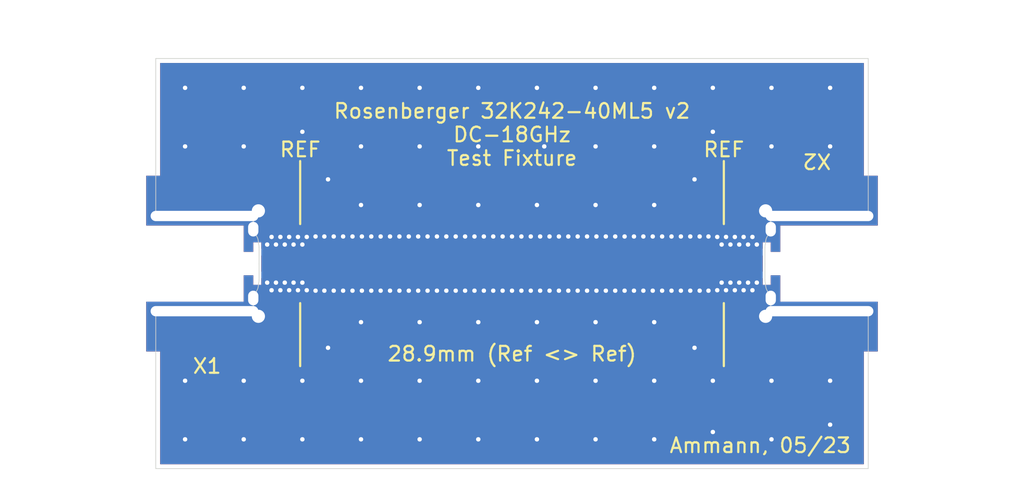
<source format=kicad_pcb>
(kicad_pcb (version 20221018) (generator pcbnew)
  (layers (0 "F.Cu" signal) (1 "In1.Cu" signal) (2 "In2.Cu" signal) (3 "In3.Cu" signal) (4 "In4.Cu" signal) (31 "B.Cu" signal) (34 "B.Paste" user) (35 "F.Paste" user) (36 "B.SilkS" user "B.Silkscreen") (37 "F.SilkS" user "F.Silkscreen") (38 "B.Mask" user) (39 "F.Mask" user) (44 "Edge.Cuts" user))
  (net 0 "")
  (net 1 "/RF_TRACE")
  (net 2 "GND")
  (footprint "RF_Connectors:Rosenberger_32K242-40ML5v2" (layer "F.Cu") (at 0 14)
    (fp_text reference "X1" (at 3.5 7 unlocked) (layer "F.SilkS"))
    (fp_text value "SMA_Rosenberger_32K242-40ML5_v2")
    (fp_line (start 0 -3.25) (end 6.65 -3.25) (stroke (width 0.05)) (layer "Edge.Cuts"))
    (fp_line (start 0 3.25) (end 6.65 3.25) (stroke (width 0.05)) (layer "Edge.Cuts"))
    (fp_line (start 6.65 -3.25) (end 6.65 -2.111438) (stroke (width 0.05)) (layer "Edge.Cuts"))
    (fp_line (start 6.65 3.25) (end 6.65 2.111438) (stroke (width 0.05)) (layer "Edge.Cuts"))
    (fp_line (start 7.05 0) (end 7.05 -1.1) (stroke (width 0.05)) (layer "Edge.Cuts"))
    (fp_line (start 7.05 0) (end 7.05 1.1) (stroke (width 0.05)) (layer "Edge.Cuts"))
    (fp_arc (start 6.65 -2.111438) (mid 6.921662 -1.79526) (end 6.997383 -1.38534) (stroke (width 0.05)) (layer "Edge.Cuts"))
    (fp_arc (start 6.997382 1.38534) (mid 6.921661 1.79526) (end 6.649999 2.111438) (stroke (width 0.05)) (layer "Edge.Cuts"))
    (fp_arc (start 6.997383 -1.385341) (mid 7.036736 -1.245076) (end 7.05 -1.1) (stroke (width 0.05)) (layer "Edge.Cuts"))
    (fp_arc (start 7.05 1.1) (mid 7.036736 1.245076) (end 6.997383 1.385341) (stroke (width 0.05)) (layer "Edge.Cuts"))
    (pad "1" connect custom (at 11.55 0) (size 0.5 0.65) (layers "F.Cu") (net 1 "/RF_TRACE") (options (clearance outline) (anchor rect)) (primitives (gr_poly (pts (xy -1.7 0.6) (xy -1.95 0.6) (xy -1.95 0.125) (xy -2.35 0.125) (xy -2.35 0.55) (xy -4.35 0.55) (xy -4.35 -0.55) (xy -2.35 -0.55) (xy -2.35 -0.125) (xy -1.95 -0.125) (xy -1.95 -0.6) (xy -1.7 -0.6) (xy -1.7 -0.325) (xy 0.25 -0.325) (xy 0.25 0.325) (xy -1.7 0.325)) (width 0) (fill yes))))
    (pad "2" thru_hole rect (at 3.325 -3.25) (size 9.15 3.4) (drill oval 7.35 0.7 (offset 0.6 -1.05)) (property pad_prop_castellated) (layers "*.Cu" "*.Mask") (net 2 "GND"))
    (pad "2" thru_hole rect (at 3.325 3.25) (size 9.15 3.4) (drill oval 7.35 0.7 (offset 0.6 1.05)) (property pad_prop_castellated) (layers "*.Cu" "*.Mask") (net 2 "GND"))
    (pad "2" thru_hole custom (at 6.65 -2.35) (size 1 1) (drill oval 0.7 2.5) (property pad_prop_castellated) (layers "*.Cu" "*.Mask") (net 2 "GND") (options (clearance outline) (anchor rect)) (primitives (gr_poly (pts (xy 0 0.9) (xy 0 1.55) (xy -0.65 1.55) (xy -0.65 0.8) (xy -0.65 -1.575) (xy 1.85 -1.575) (xy 1.85 1.35) (xy 0.55 1.35) (xy 0.55 0.9)) (width 0) (fill yes))))
    (pad "2" thru_hole custom (at 6.65 2.35 180) (size 1 1) (drill oval 0.7 2.5) (property pad_prop_castellated) (layers "*.Cu" "*.Mask") (net 2 "GND") (options (clearance outline) (anchor rect)) (primitives (gr_poly (pts (xy 0 0.9) (xy 0 1.55) (xy 0.65 1.55) (xy 0.65 0.8) (xy 0.65 -1.575) (xy -1.85 -1.575) (xy -1.85 1.35) (xy -0.55 1.35) (xy -0.55 0.9)) (width 0) (fill yes))))
    (pad "2" thru_hole circle (at 7 -3.6) (size 1.9 1.9) (drill 0.9) (property pad_prop_castellated) (layers "*.Cu" "*.Mask") (net 2 "GND"))
    (pad "2" thru_hole circle (at 7 3.6) (size 1.9 1.9) (drill 0.9) (property pad_prop_castellated) (layers "*.Cu" "*.Mask") (net 2 "GND"))
    (pad "2" thru_hole circle (at 7.6 -1.3) (size 0.6 0.6) (drill 0.3) (layers "*.Cu" "*.Mask") (net 2 "GND"))
    (pad "2" thru_hole circle (at 7.6 1.3) (size 0.6 0.6) (drill 0.3) (layers "*.Mask" "F.Cu" "In1.Cu" "B.Cu") (net 2 "GND"))
    (pad "2" smd rect (at 7.85 0) (size 1.3 2) (layers "B.Cu") (net 2 "GND"))
    (pad "2" thru_hole circle (at 7.9 -1.81962) (size 0.6 0.6) (drill 0.3) (layers "*.Cu" "*.Mask") (net 2 "GND"))
    (pad "2" thru_hole circle (at 7.9 1.81962) (size 0.6 0.6) (drill 0.3) (layers "*.Cu" "*.Mask") (net 2 "GND"))
    (pad "2" thru_hole circle (at 8.2 -1.3) (size 0.6 0.6) (drill 0.3) (layers "*.Mask" "F.Cu" "In1.Cu" "B.Cu") (net 2 "GND"))
    (pad "2" thru_hole circle (at 8.2 1.3) (size 0.6 0.6) (drill 0.3) (layers "*.Mask" "F.Cu" "In1.Cu" "B.Cu") (net 2 "GND"))
    (pad "2" thru_hole circle (at 8.5 -1.81962) (size 0.6 0.6) (drill 0.3) (layers "*.Cu") (net 2 "GND"))
    (pad "2" thru_hole circle (at 8.5 1.81962) (size 0.6 0.6) (drill 0.3) (layers "*.Cu") (net 2 "GND"))
    (pad "2" thru_hole circle (at 8.8 -1.3) (size 0.6 0.6) (drill 0.3) (layers "*.Cu") (net 2 "GND"))
    (pad "2" thru_hole circle (at 8.8 1.3) (size 0.6 0.6) (drill 0.3) (layers "*.Cu") (net 2 "GND"))
    (pad "2" thru_hole circle (at 9.1 -1.81962) (size 0.6 0.6) (drill 0.3) (layers "*.Cu" "F.Mask") (net 2 "GND"))
    (pad "2" thru_hole circle (at 9.1 1.81962) (size 0.6 0.6) (drill 0.3) (layers "*.Cu" "F.Mask") (net 2 "GND"))
    (pad "2" thru_hole circle (at 9.4 -1.3) (size 0.6 0.6) (drill 0.3) (layers "*.Cu" "F.Mask") (net 2 "GND"))
    (pad "2" thru_hole circle (at 9.4 1.3) (size 0.6 0.6) (drill 0.3) (layers "*.Cu" "F.Mask") (net 2 "GND"))
    (pad "2" thru_hole circle (at 9.7 -1.81962) (size 0.6 0.6) (drill 0.3) (layers "*.Cu" "F.Mask") (net 2 "GND"))
    (pad "2" thru_hole circle (at 9.7 1.81962) (size 0.6 0.6) (drill 0.3) (layers "*.Cu" "F.Mask") (net 2 "GND"))
    (pad "2" connect custom (at 10 -2.025) (size 0.25 0.25) (layers "F.Cu") (net 2 "GND") (options (clearance outline) (anchor rect)) (primitives (gr_poly (pts (xy 1.8 0.475) (xy 1.8 -0.125) (xy -1.6 -0.125) (xy -1.6 1.025) (xy 0.18 1.025) (xy 0.68 0.475)) (width 0) (fill yes))))
    (pad "2" thru_hole circle (at 10 -1.3) (size 0.6 0.6) (drill 0.3) (layers "*.Cu" "F.Mask") (net 2 "GND"))
    (pad "2" thru_hole circle (at 10 1.3) (size 0.6 0.6) (drill 0.3) (layers "*.Cu" "F.Mask") (net 2 "GND"))
    (pad "2" connect custom (at 10 2.025) (size 0.25 0.25) (layers "F.Cu") (net 2 "GND") (options (clearance outline) (anchor rect)) (primitives (gr_poly (pts (xy 1.8 -0.475) (xy 1.8 0.125) (xy -1.6 0.125) (xy -1.6 -1.025) (xy 0.18 -1.025) (xy 0.68 -0.475)) (width 0) (fill yes))))
    (pad "2" thru_hole circle (at 10.3 -1.81962) (size 0.6 0.6) (drill 0.3) (layers "*.Cu" "F.Mask") (net 2 "GND"))
    (pad "2" thru_hole circle (at 10.3 1.81962) (size 0.6 0.6) (drill 0.3) (layers "*.Cu" "F.Mask") (net 2 "GND"))
    (pad "2" thru_hole circle (at 10.8992 -1.85) (size 0.6 0.6) (drill 0.3) (layers "*.Cu" "F.Mask") (net 2 "GND"))
    (pad "2" thru_hole circle (at 10.8992 1.85) (size 0.6 0.6) (drill 0.3) (layers "*.Cu" "F.Mask") (net 2 "GND"))
    (pad "2" thru_hole circle (at 11.4992 -1.85) (size 0.6 0.6) (drill 0.3) (layers "*.Cu" "F.Mask") (net 2 "GND"))
    (pad "2" thru_hole circle (at 11.4992 1.85) (size 0.6 0.6) (drill 0.3) (layers "*.Cu" "F.Mask") (net 2 "GND"))
    (zone (net 0) (net_name "") (layer "F.Cu") (name "Keepout_F.Cu") (connect_pads (clearance 0)) (min_thickness 0.254)
      (keepout (tracks allowed) (vias not_allowed) (pads allowed) (copperpour not_allowed) (footprints not_allowed))
      (fill (thermal_gap 0.508) (thermal_bridge_width 0.508))
      (polygon (pts (xy 6 12.55) (xy 7.2 12.55) (xy 7.2 13) (xy 10.18 13) (xy 10.68 12.45) (xy 11.8 12.45) (xy 11.8 15.55) (xy 10.68 15.55) (xy 10.18 15) (xy 7.2 15) (xy 7.2 15.45) (xy 6 15.45) (xy 6 16.6) (xy 0 16.6) (xy 0 11.4) (xy 6 11.4)))
    )
    (zone (net 0) (net_name "") (layer "B.Cu") (connect_pads (clearance 0)) (min_thickness 0.254)
      (keepout (tracks not_allowed) (vias not_allowed) (pads allowed) (copperpour not_allowed) (footprints not_allowed))
      (fill (thermal_gap 0.508) (thermal_bridge_width 0.508))
      (polygon (pts (xy 7.25 15.45) (xy 6 15.45) (xy 6 12.55) (xy 7.25 12.55)))
    )
  )
  (footprint "RF_Connectors:Rosenberger_32K242-40ML5v2" (layer "F.Cu") (at 48.6 14 180)
    (fp_text reference "X2" (at 3.5 7 180 unlocked) (layer "F.SilkS"))
    (fp_text value "SMA_Rosenberger_32K242-40ML5_v2")
    (fp_line (start 0 -3.25) (end 6.65 -3.25) (stroke (width 0.05)) (layer "Edge.Cuts"))
    (fp_line (start 0 3.25) (end 6.65 3.25) (stroke (width 0.05)) (layer "Edge.Cuts"))
    (fp_line (start 6.65 -3.25) (end 6.65 -2.111438) (stroke (width 0.05)) (layer "Edge.Cuts"))
    (fp_line (start 6.65 3.25) (end 6.65 2.111438) (stroke (width 0.05)) (layer "Edge.Cuts"))
    (fp_line (start 7.05 0) (end 7.05 -1.1) (stroke (width 0.05)) (layer "Edge.Cuts"))
    (fp_line (start 7.05 0) (end 7.05 1.1) (stroke (width 0.05)) (layer "Edge.Cuts"))
    (fp_arc (start 6.65 -2.111438) (mid 6.921662 -1.79526) (end 6.997383 -1.38534) (stroke (width 0.05)) (layer "Edge.Cuts"))
    (fp_arc (start 6.997382 1.38534) (mid 6.921661 1.79526) (end 6.649999 2.111438) (stroke (width 0.05)) (layer "Edge.Cuts"))
    (fp_arc (start 6.997383 -1.385341) (mid 7.036736 -1.245076) (end 7.05 -1.1) (stroke (width 0.05)) (layer "Edge.Cuts"))
    (fp_arc (start 7.05 1.1) (mid 7.036736 1.245076) (end 6.997383 1.385341) (stroke (width 0.05)) (layer "Edge.Cuts"))
    (pad "1" connect custom (at 11.55 0 180) (size 0.5 0.65) (layers "F.Cu") (net 1 "/RF_TRACE") (options (clearance outline) (anchor rect)) (primitives (gr_poly (pts (xy -1.7 0.6) (xy -1.95 0.6) (xy -1.95 0.125) (xy -2.35 0.125) (xy -2.35 0.55) (xy -4.35 0.55) (xy -4.35 -0.55) (xy -2.35 -0.55) (xy -2.35 -0.125) (xy -1.95 -0.125) (xy -1.95 -0.6) (xy -1.7 -0.6) (xy -1.7 -0.325) (xy 0.25 -0.325) (xy 0.25 0.325) (xy -1.7 0.325)) (width 0) (fill yes))))
    (pad "2" thru_hole rect (at 3.325 -3.25 180) (size 9.15 3.4) (drill oval 7.35 0.7 (offset 0.6 -1.05)) (property pad_prop_castellated) (layers "*.Cu" "*.Mask") (net 2 "GND"))
    (pad "2" thru_hole rect (at 3.325 3.25 180) (size 9.15 3.4) (drill oval 7.35 0.7 (offset 0.6 1.05)) (property pad_prop_castellated) (layers "*.Cu" "*.Mask") (net 2 "GND"))
    (pad "2" thru_hole custom (at 6.65 -2.35 180) (size 1 1) (drill oval 0.7 2.5) (property pad_prop_castellated) (layers "*.Cu" "*.Mask") (net 2 "GND") (options (clearance outline) (anchor rect)) (primitives (gr_poly (pts (xy 0 0.9) (xy 0 1.55) (xy -0.65 1.55) (xy -0.65 0.8) (xy -0.65 -1.575) (xy 1.85 -1.575) (xy 1.85 1.35) (xy 0.55 1.35) (xy 0.55 0.9)) (width 0) (fill yes))))
    (pad "2" thru_hole custom (at 6.65 2.35) (size 1 1) (drill oval 0.7 2.5) (property pad_prop_castellated) (layers "*.Cu" "*.Mask") (net 2 "GND") (options (clearance outline) (anchor rect)) (primitives (gr_poly (pts (xy 0 0.9) (xy 0 1.55) (xy 0.65 1.55) (xy 0.65 0.8) (xy 0.65 -1.575) (xy -1.85 -1.575) (xy -1.85 1.35) (xy -0.55 1.35) (xy -0.55 0.9)) (width 0) (fill yes))))
    (pad "2" thru_hole circle (at 7 -3.6 180) (size 1.9 1.9) (drill 0.9) (property pad_prop_castellated) (layers "*.Cu" "*.Mask") (net 2 "GND"))
    (pad "2" thru_hole circle (at 7 3.6 180) (size 1.9 1.9) (drill 0.9) (property pad_prop_castellated) (layers "*.Cu" "*.Mask") (net 2 "GND"))
    (pad "2" thru_hole circle (at 7.6 -1.3 180) (size 0.6 0.6) (drill 0.3) (layers "*.Cu" "*.Mask") (net 2 "GND"))
    (pad "2" thru_hole circle (at 7.6 1.3 180) (size 0.6 0.6) (drill 0.3) (layers "*.Mask" "F.Cu" "In1.Cu" "B.Cu") (net 2 "GND"))
    (pad "2" smd rect (at 7.85 0 180) (size 1.3 2) (layers "B.Cu") (net 2 "GND"))
    (pad "2" thru_hole circle (at 7.9 -1.81962 180) (size 0.6 0.6) (drill 0.3) (layers "*.Cu" "*.Mask") (net 2 "GND"))
    (pad "2" thru_hole circle (at 7.9 1.81962 180) (size 0.6 0.6) (drill 0.3) (layers "*.Cu" "*.Mask") (net 2 "GND"))
    (pad "2" thru_hole circle (at 8.2 -1.3 180) (size 0.6 0.6) (drill 0.3) (layers "*.Mask" "F.Cu" "In1.Cu" "B.Cu") (net 2 "GND"))
    (pad "2" thru_hole circle (at 8.2 1.3 180) (size 0.6 0.6) (drill 0.3) (layers "*.Mask" "F.Cu" "In1.Cu" "B.Cu") (net 2 "GND"))
    (pad "2" thru_hole circle (at 8.5 -1.81962 180) (size 0.6 0.6) (drill 0.3) (layers "*.Cu") (net 2 "GND"))
    (pad "2" thru_hole circle (at 8.5 1.81962 180) (size 0.6 0.6) (drill 0.3) (layers "*.Cu") (net 2 "GND"))
    (pad "2" thru_hole circle (at 8.8 -1.3 180) (size 0.6 0.6) (drill 0.3) (layers "*.Cu") (net 2 "GND"))
    (pad "2" thru_hole circle (at 8.8 1.3 180) (size 0.6 0.6) (drill 0.3) (layers "*.Cu") (net 2 "GND"))
    (pad "2" thru_hole circle (at 9.1 -1.81962 180) (size 0.6 0.6) (drill 0.3) (layers "*.Cu" "F.Mask") (net 2 "GND"))
    (pad "2" thru_hole circle (at 9.1 1.81962 180) (size 0.6 0.6) (drill 0.3) (layers "*.Cu" "F.Mask") (net 2 "GND"))
    (pad "2" thru_hole circle (at 9.4 -1.3 180) (size 0.6 0.6) (drill 0.3) (layers "*.Cu" "F.Mask") (net 2 "GND"))
    (pad "2" thru_hole circle (at 9.4 1.3 180) (size 0.6 0.6) (drill 0.3) (layers "*.Cu" "F.Mask") (net 2 "GND"))
    (pad "2" thru_hole circle (at 9.7 -1.81962 180) (size 0.6 0.6) (drill 0.3) (layers "*.Cu" "F.Mask") (net 2 "GND"))
    (pad "2" thru_hole circle (at 9.7 1.81962 180) (size 0.6 0.6) (drill 0.3) (layers "*.Cu" "F.Mask") (net 2 "GND"))
    (pad "2" connect custom (at 10 -2.025 180) (size 0.25 0.25) (layers "F.Cu") (net 2 "GND") (options (clearance outline) (anchor rect)) (primitives (gr_poly (pts (xy 1.8 0.475) (xy 1.8 -0.125) (xy -1.6 -0.125) (xy -1.6 1.025) (xy 0.18 1.025) (xy 0.68 0.475)) (width 0) (fill yes))))
    (pad "2" thru_hole circle (at 10 -1.3 180) (size 0.6 0.6) (drill 0.3) (layers "*.Cu" "F.Mask") (net 2 "GND"))
    (pad "2" thru_hole circle (at 10 1.3 180) (size 0.6 0.6) (drill 0.3) (layers "*.Cu" "F.Mask") (net 2 "GND"))
    (pad "2" connect custom (at 10 2.025 180) (size 0.25 0.25) (layers "F.Cu") (net 2 "GND") (options (clearance outline) (anchor rect)) (primitives (gr_poly (pts (xy 1.8 -0.475) (xy 1.8 0.125) (xy -1.6 0.125) (xy -1.6 -1.025) (xy 0.18 -1.025) (xy 0.68 -0.475)) (width 0) (fill yes))))
    (pad "2" thru_hole circle (at 10.3 -1.81962 180) (size 0.6 0.6) (drill 0.3) (layers "*.Cu" "F.Mask") (net 2 "GND"))
    (pad "2" thru_hole circle (at 10.3 1.81962 180) (size 0.6 0.6) (drill 0.3) (layers "*.Cu" "F.Mask") (net 2 "GND"))
    (pad "2" thru_hole circle (at 10.8992 -1.85 180) (size 0.6 0.6) (drill 0.3) (layers "*.Cu" "F.Mask") (net 2 "GND"))
    (pad "2" thru_hole circle (at 10.8992 1.85 180) (size 0.6 0.6) (drill 0.3) (layers "*.Cu" "F.Mask") (net 2 "GND"))
    (pad "2" thru_hole circle (at 11.4992 -1.85 180) (size 0.6 0.6) (drill 0.3) (layers "*.Cu" "F.Mask") (net 2 "GND"))
    (pad "2" thru_hole circle (at 11.4992 1.85 180) (size 0.6 0.6) (drill 0.3) (layers "*.Cu" "F.Mask") (net 2 "GND"))
    (zone (net 0) (net_name "") (layer "F.Cu") (name "Keepout_F.Cu") (connect_pads (clearance 0)) (min_thickness 0.254)
      (keepout (tracks allowed) (vias not_allowed) (pads allowed) (copperpour not_allowed) (footprints not_allowed))
      (fill (thermal_gap 0.508) (thermal_bridge_width 0.508))
      (polygon (pts (xy 42.6 15.45) (xy 41.4 15.45) (xy 41.4 15) (xy 38.42 15) (xy 37.92 15.55) (xy 36.8 15.55) (xy 36.8 12.45) (xy 37.92 12.45) (xy 38.42 13) (xy 41.4 13) (xy 41.4 12.55) (xy 42.6 12.55) (xy 42.6 11.4) (xy 48.6 11.4) (xy 48.6 16.6) (xy 42.6 16.6)))
    )
    (zone (net 0) (net_name "") (layer "B.Cu") (connect_pads (clearance 0)) (min_thickness 0.254)
      (keepout (tracks not_allowed) (vias not_allowed) (pads allowed) (copperpour not_allowed) (footprints not_allowed))
      (fill (thermal_gap 0.508) (thermal_bridge_width 0.508))
      (polygon (pts (xy 41.35 12.55) (xy 42.6 12.55) (xy 42.6 15.45) (xy 41.35 15.45)))
    )
  )
  (gr_line (start 9.85 21) (end 9.85 16.7) (stroke (width 0.15)) (layer "F.SilkS"))
  (gr_line (start 9.85 11.3) (end 9.85 7) (stroke (width 0.15)) (layer "F.SilkS"))
  (gr_line (start 38.75 11.3) (end 38.75 7) (stroke (width 0.15)) (layer "F.SilkS"))
  (gr_line (start 38.75 21) (end 38.75 16.7) (stroke (width 0.15)) (layer "F.SilkS"))
  (gr_line (start 48.6 17.25) (end 48.6 28) (stroke (width 0.05)) (layer "Edge.Cuts"))
  (gr_line (start 48.6 0) (end 48.6 10.75) (stroke (width 0.05)) (layer "Edge.Cuts"))
  (gr_line (start 0 0) (end 48.6 0) (stroke (width 0.05)) (layer "Edge.Cuts"))
  (gr_line (start 0 28) (end 0 17.25) (stroke (width 0.05)) (layer "Edge.Cuts"))
  (gr_line (start 48.6 28) (end 0 28) (stroke (width 0.05)) (layer "Edge.Cuts"))
  (gr_line (start 0 10.75) (end 0 0) (stroke (width 0.05)) (layer "Edge.Cuts"))
  (gr_text "REF" (at 9.85 6.8) (layer "F.SilkS") (effects (font (size 1 1)) (justify bottom)))
  (gr_text "REF" (at 38.75 6.8) (layer "F.SilkS") (effects (font (size 1 1)) (justify bottom)))
  (gr_text "Ammann, 05/23" (at 47.5 27) (layer "F.SilkS") (effects (font (size 1 1)) (justify right bottom)))
  (gr_text "28.9mm (Ref <> Ref)" (at 24.3 20.75) (layer "F.SilkS") (effects (font (size 1 1)) (justify bottom)))
  (gr_text "Rosenberger 32K242-40ML5 v2\nDC-18GHz\nTest Fixture" (at 24.3 3) (layer "F.SilkS") (effects (font (size 1 1)) (justify top)))
  (segment (start 11.55 14) (end 37.05 14) (width 0.65) (layer "F.Cu") (net 1))
  (via (at 34 6) (size 0.6) (drill 0.3) (layers "F.Cu" "B.Cu") (net 2))
  (via (at 12.14 12.15) (size 0.6) (drill 0.3) (layers "F.Cu" "B.Cu") (net 2))
  (via (at 13.42 12.15) (size 0.6) (drill 0.3) (layers "F.Cu" "B.Cu") (net 2))
  (via (at 14 10) (size 0.6) (drill 0.3) (layers "F.Cu" "B.Cu") (net 2))
  (via (at 23.02 15.85) (size 0.6) (drill 0.3) (layers "F.Cu" "B.Cu") (net 2))
  (via (at 22 22) (size 0.6) (drill 0.3) (layers "F.Cu" "B.Cu") (net 2))
  (via (at 30 26) (size 0.6) (drill 0.3) (layers "F.Cu" "B.Cu") (net 2))
  (via (at 17.9 12.15) (size 0.6) (drill 0.3) (layers "F.Cu" "B.Cu") (net 2))
  (via (at 11.75 19.75) (size 0.6) (drill 0.3) (layers "F.Cu" "B.Cu") (net 2))
  (via (at 20.46 15.85) (size 0.6) (drill 0.3) (layers "F.Cu" "B.Cu") (net 2))
  (via (at 10 5) (size 0.6) (drill 0.3) (layers "F.Cu" "B.Cu") (net 2))
  (via (at 34.54 12.15) (size 0.6) (drill 0.3) (layers "F.Cu" "B.Cu") (net 2))
  (via (at 23.66 15.85) (size 0.6) (drill 0.3) (layers "F.Cu" "B.Cu") (net 2))
  (via (at 6 6) (size 0.6) (drill 0.3) (layers "F.Cu" "B.Cu") (net 2))
  (via (at 29.42 15.85) (size 0.6) (drill 0.3) (layers "F.Cu" "B.Cu") (net 2))
  (via (at 24.94 15.85) (size 0.6) (drill 0.3) (layers "F.Cu" "B.Cu") (net 2))
  (via (at 30 6) (size 0.6) (drill 0.3) (layers "F.Cu" "B.Cu") (net 2))
  (via (at 6 22) (size 0.6) (drill 0.3) (layers "F.Cu" "B.Cu") (net 2))
  (via (at 22 18) (size 0.6) (drill 0.3) (layers "F.Cu" "B.Cu") (net 2))
  (via (at 22.38 12.15) (size 0.6) (drill 0.3) (layers "F.Cu" "B.Cu") (net 2))
  (via (at 28.14 12.15) (size 0.6) (drill 0.3) (layers "F.Cu" "B.Cu") (net 2))
  (via (at 22 6) (size 0.6) (drill 0.3) (layers "F.Cu" "B.Cu") (net 2))
  (via (at 22 26) (size 0.6) (drill 0.3) (layers "F.Cu" "B.Cu") (net 2))
  (via (at 17.26 15.85) (size 0.6) (drill 0.3) (layers "F.Cu" "B.Cu") (net 2))
  (via (at 36.46 12.15) (size 0.6) (drill 0.3) (layers "F.Cu" "B.Cu") (net 2))
  (via (at 10 2) (size 0.6) (drill 0.3) (layers "F.Cu" "B.Cu") (net 2))
  (via (at 14 22) (size 0.6) (drill 0.3) (layers "F.Cu" "B.Cu") (net 2))
  (via (at 34 22) (size 0.6) (drill 0.3) (layers "F.Cu" "B.Cu") (net 2))
  (via (at 36.46 15.85) (size 0.6) (drill 0.3) (layers "F.Cu" "B.Cu") (net 2))
  (via (at 30.06 12.15) (size 0.6) (drill 0.3) (layers "F.Cu" "B.Cu") (net 2))
  (via (at 12.78 15.85) (size 0.6) (drill 0.3) (layers "F.Cu" "B.Cu") (net 2))
  (via (at 2 2) (size 0.6) (drill 0.3) (layers "F.Cu" "B.Cu") (net 2))
  (via (at 21.74 12.15) (size 0.6) (drill 0.3) (layers "F.Cu" "B.Cu") (net 2))
  (via (at 30.7 15.85) (size 0.6) (drill 0.3) (layers "F.Cu" "B.Cu") (net 2))
  (via (at 22 10) (size 0.6) (drill 0.3) (layers "F.Cu" "B.Cu") (net 2))
  (via (at 30 22) (size 0.6) (drill 0.3) (layers "F.Cu" "B.Cu") (net 2))
  (via (at 26.86 12.15) (size 0.6) (drill 0.3) (layers "F.Cu" "B.Cu") (net 2))
  (via (at 36.75 8.25) (size 0.6) (drill 0.3) (layers "F.Cu" "B.Cu") (net 2))
  (via (at 14.06 12.15) (size 0.6) (drill 0.3) (layers "F.Cu" "B.Cu") (net 2))
  (via (at 36.75 19.75) (size 0.6) (drill 0.3) (layers "F.Cu" "B.Cu") (net 2))
  (via (at 22 2) (size 0.6) (drill 0.3) (layers "F.Cu" "B.Cu") (net 2))
  (via (at 12.78 12.15) (size 0.6) (drill 0.3) (layers "F.Cu" "B.Cu") (net 2))
  (via (at 21.1 12.15) (size 0.6) (drill 0.3) (layers "F.Cu" "B.Cu") (net 2))
  (via (at 20.46 12.15) (size 0.6) (drill 0.3) (layers "F.Cu" "B.Cu") (net 2))
  (via (at 23.02 12.15) (size 0.6) (drill 0.3) (layers "F.Cu" "B.Cu") (net 2))
  (via (at 21.1 15.85) (size 0.6) (drill 0.3) (layers "F.Cu" "B.Cu") (net 2))
  (via (at 26 10) (size 0.6) (drill 0.3) (layers "F.Cu" "B.Cu") (net 2))
  (via (at 34 26) (size 0.6) (drill 0.3) (layers "F.Cu" "B.Cu") (net 2))
  (via (at 46 22) (size 0.6) (drill 0.3) (layers "F.Cu" "B.Cu") (net 2))
  (via (at 38 22) (size 0.6) (drill 0.3) (layers "F.Cu" "B.Cu") (net 2))
  (via (at 31.34 15.85) (size 0.6) (drill 0.3) (layers "F.Cu" "B.Cu") (net 2))
  (via (at 30 10) (size 0.6) (drill 0.3) (layers "F.Cu" "B.Cu") (net 2))
  (via (at 25.58 15.85) (size 0.6) (drill 0.3) (layers "F.Cu" "B.Cu") (net 2))
  (via (at 14.06 15.85) (size 0.6) (drill 0.3) (layers "F.Cu" "B.Cu") (net 2))
  (via (at 30 18) (size 0.6) (drill 0.3) (layers "F.Cu" "B.Cu") (net 2))
  (via (at 6 26) (size 0.6) (drill 0.3) (layers "F.Cu" "B.Cu") (net 2))
  (via (at 35.82 15.85) (size 0.6) (drill 0.3) (layers "F.Cu" "B.Cu") (net 2))
  (via (at 19.82 15.85) (size 0.6) (drill 0.3) (layers "F.Cu" "B.Cu") (net 2))
  (via (at 26.22 12.15) (size 0.6) (drill 0.3) (layers "F.Cu" "B.Cu") (net 2))
  (via (at 35.18 15.85) (size 0.6) (drill 0.3) (layers "F.Cu" "B.Cu") (net 2))
  (via (at 33.26 12.15) (size 0.6) (drill 0.3) (layers "F.Cu" "B.Cu") (net 2))
  (via (at 18 2) (size 0.6) (drill 0.3) (layers "F.Cu" "B.Cu") (net 2))
  (via (at 38 25.5) (size 0.6) (drill 0.3) (layers "F.Cu" "B.Cu") (net 2))
  (via (at 24.3 12.15) (size 0.6) (drill 0.3) (layers "F.Cu" "B.Cu") (net 2))
  (via (at 33.9 12.15) (size 0.6) (drill 0.3) (layers "F.Cu" "B.Cu") (net 2))
  (via (at 6 2) (size 0.6) (drill 0.3) (layers "F.Cu" "B.Cu") (net 2))
  (via (at 15.98 15.85) (size 0.6) (drill 0.3) (layers "F.Cu" "B.Cu") (net 2))
  (via (at 27.5 12.15) (size 0.6) (drill 0.3) (layers "F.Cu" "B.Cu") (net 2))
  (via (at 38 2) (size 0.6) (drill 0.3) (layers "F.Cu" "B.Cu") (net 2))
  (via (at 15.98 12.15) (size 0.6) (drill 0.3) (layers "F.Cu" "B.Cu") (net 2))
  (via (at 35.18 12.15) (size 0.6) (drill 0.3) (layers "F.Cu" "B.Cu") (net 2))
  (via (at 26.86 15.85) (size 0.6) (drill 0.3) (layers "F.Cu" "B.Cu") (net 2))
  (via (at 24.94 12.15) (size 0.6) (drill 0.3) (layers "F.Cu" "B.Cu") (net 2))
  (via (at 33.9 15.85) (size 0.6) (drill 0.3) (layers "F.Cu" "B.Cu") (net 2))
  (via (at 27.5 15.85) (size 0.6) (drill 0.3) (layers "F.Cu" "B.Cu") (net 2))
  (via (at 19.82 12.15) (size 0.6) (drill 0.3) (layers "F.Cu" "B.Cu") (net 2))
  (via (at 31.34 12.15) (size 0.6) (drill 0.3) (layers "F.Cu" "B.Cu") (net 2))
  (via (at 31.98 12.15) (size 0.6) (drill 0.3) (layers "F.Cu" "B.Cu") (net 2))
  (via (at 18 10) (size 0.6) (drill 0.3) (layers "F.Cu" "B.Cu") (net 2))
  (via (at 26 18) (size 0.6) (drill 0.3) (layers "F.Cu" "B.Cu") (net 2))
  (via (at 35.82 12.15) (size 0.6) (drill 0.3) (layers "F.Cu" "B.Cu") (net 2))
  (via (at 42 22) (size 0.6) (drill 0.3) (layers "F.Cu" "B.Cu") (net 2))
  (via (at 19.18 15.85) (size 0.6) (drill 0.3) (layers "F.Cu" "B.Cu") (net 2))
  (via (at 34.54 15.85) (size 0.6) (drill 0.3) (layers "F.Cu" "B.Cu") (net 2))
  (via (at 25.58 12.15) (size 0.6) (drill 0.3) (layers "F.Cu" "B.Cu") (net 2))
  (via (at 14 18) (size 0.6) (drill 0.3) (layers "F.Cu" "B.Cu") (net 2))
  (via (at 2 6) (size 0.6) (drill 0.3) (layers "F.Cu" "B.Cu") (net 2))
  (via (at 42 6) (size 0.6) (drill 0.3) (layers "F.Cu" "B.Cu") (net 2))
  (via (at 31.98 15.85) (size 0.6) (drill 0.3) (layers "F.Cu" "B.Cu") (net 2))
  (via (at 18 26) (size 0.6) (drill 0.3) (layers "F.Cu" "B.Cu") (net 2))
  (via (at 13.42 15.85) (size 0.6) (drill 0.3) (layers "F.Cu" "B.Cu") (net 2))
  (via (at 28.78 15.85) (size 0.6) (drill 0.3) (layers "F.Cu" "B.Cu") (net 2))
  (via (at 16.62 15.85) (size 0.6) (drill 0.3) (layers "F.Cu" "B.Cu") (net 2))
  (via (at 46 2) (size 0.6) (drill 0.3) (layers "F.Cu" "B.Cu") (net 2))
  (via (at 18 22) (size 0.6) (drill 0.3) (layers "F.Cu" "B.Cu") (net 2))
  (via (at 2 22) (size 0.6) (drill 0.3) (layers "F.Cu" "B.Cu") (net 2))
  (via (at 14 6) (size 0.6) (drill 0.3) (layers "F.Cu" "B.Cu") (net 2))
  (via (at 26.22 15.85) (size 0.6) (drill 0.3) (layers "F.Cu" "B.Cu") (net 2))
  (via (at 30.7 12.15) (size 0.6) (drill 0.3) (layers "F.Cu" "B.Cu") (net 2))
  (via (at 14 26) (size 0.6) (drill 0.3) (layers "F.Cu" "B.Cu") (net 2))
  (via (at 34 2) (size 0.6) (drill 0.3) (layers "F.Cu" "B.Cu") (net 2))
  (via (at 17.9 15.85) (size 0.6) (drill 0.3) (layers "F.Cu" "B.Cu") (net 2))
  (via (at 32.62 12.15) (size 0.6) (drill 0.3) (layers "F.Cu" "B.Cu") (net 2))
  (via (at 17.26 12.15) (size 0.6) (drill 0.3) (layers "F.Cu" "B.Cu") (net 2))
  (via (at 10 26) (size 0.6) (drill 0.3) (layers "F.Cu" "B.Cu") (net 2))
  (via (at 28.78 12.15) (size 0.6) (drill 0.3) (layers "F.Cu" "B.Cu") (net 2))
  (via (at 16.62 12.15) (size 0.6) (drill 0.3) (layers "F.Cu" "B.Cu") (net 2))
  (via (at 30.06 15.85) (size 0.6) (drill 0.3) (layers "F.Cu" "B.Cu") (net 2))
  (via (at 11.75 8.25) (size 0.6) (drill 0.3) (layers "F.Cu" "B.Cu") (net 2))
  (via (at 26 22) (size 0.6) (drill 0.3) (layers "F.Cu" "B.Cu") (net 2))
  (via (at 22.38 15.85) (size 0.6) (drill 0.3) (layers "F.Cu" "B.Cu") (net 2))
  (via (at 15.34 15.85) (size 0.6) (drill 0.3) (layers "F.Cu" "B.Cu") (net 2))
  (via (at 12.14 15.85) (size 0.6) (drill 0.3) (layers "F.Cu" "B.Cu") (net 2))
  (via (at 28.14 15.85) (size 0.6) (drill 0.3) (layers "F.Cu" "B.Cu") (net 2))
  (via (at 14 2) (size 0.6) (drill 0.3) (layers "F.Cu" "B.Cu") (net 2))
  (via (at 34 18) (size 0.6) (drill 0.3) (layers "F.Cu" "B.Cu") (net 2))
  (via (at 2 26) (size 0.6) (drill 0.3) (layers "F.Cu" "B.Cu") (net 2))
  (via (at 26.5 6) (size 0.6) (drill 0.3) (layers "F.Cu" "B.Cu") (net 2))
  (via (at 26 26) (size 0.6) (drill 0.3) (layers "F.Cu" "B.Cu") (net 2))
  (via (at 32.62 15.85) (size 0.6) (drill 0.3) (layers "F.Cu" "B.Cu") (net 2))
  (via (at 46 25) (size 0.6) (drill 0.3) (layers "F.Cu" "B.Cu") (net 2))
  (via (at 18 6) (size 0.6) (drill 0.3) (layers "F.Cu" "B.Cu") (net 2))
  (via (at 30 2) (size 0.6) (drill 0.3) (layers "F.Cu" "B.Cu") (net 2))
  (via (at 18.54 15.85) (size 0.6) (drill 0.3) (layers "F.Cu" "B.Cu") (net 2))
  (via (at 14.7 12.15) (size 0.6) (drill 0.3) (layers "F.Cu" "B.Cu") (net 2))
  (via (at 24.3 15.85) (size 0.6) (drill 0.3) (layers "F.Cu" "B.Cu") (net 2))
  (via (at 10 22) (size 0.6) (drill 0.3) (layers "F.Cu" "B.Cu") (net 2))
  (via (at 15.34 12.15) (size 0.6) (drill 0.3) (layers "F.Cu" "B.Cu") (net 2))
  (via (at 26 2) (size 0.6) (drill 0.3) (layers "F.Cu" "B.Cu") (net 2))
  (via (at 29.42 12.15) (size 0.6) (drill 0.3) (layers "F.Cu" "B.Cu") (net 2))
  (via (at 34 10) (size 0.6) (drill 0.3) (layers "F.Cu" "B.Cu") (net 2))
  (via (at 19.18 12.15) (size 0.6) (drill 0.3) (layers "F.Cu" "B.Cu") (net 2))
  (via (at 33.26 15.85) (size 0.6) (drill 0.3) (layers "F.Cu" "B.Cu") (net 2))
  (via (at 46 6) (size 0.6) (drill 0.3) (layers "F.Cu" "B.Cu") (net 2))
  (via (at 42 2) (size 0.6) (drill 0.3) (layers "F.Cu" "B.Cu") (net 2))
  (via (at 14.7 15.85) (size 0.6) (drill 0.3) (layers "F.Cu" "B.Cu") (net 2))
  (via (at 42 26) (size 0.6) (drill 0.3) (layers "F.Cu" "B.Cu") (net 2))
  (via (at 38 5) (size 0.6) (drill 0.3) (layers "F.Cu" "B.Cu") (net 2))
  (via (at 18.54 12.15) (size 0.6) (drill 0.3) (layers "F.Cu" "B.Cu") (net 2))
  (via (at 21.74 15.85) (size 0.6) (drill 0.3) (layers "F.Cu" "B.Cu") (net 2))
  (via (at 18 18) (size 0.6) (drill 0.3) (layers "F.Cu" "B.Cu") (net 2))
  (via (at 23.66 12.15) (size 0.6) (drill 0.3) (layers "F.Cu" "B.Cu") (net 2))
  (zone (net 0) (net_name "") (layers "F.Cu" "In1.Cu") (connect_pads (clearance 0)) (min_thickness 0.25)
    (keepout (tracks allowed) (vias not_allowed) (pads not_allowed) (copperpour not_allowed) (footprints allowed))
    (fill (thermal_gap 0.5) (thermal_bridge_width 0.5))
    (polygon (pts (xy 11.8 12.45) (xy 36.8 12.45) (xy 36.8 15.55) (xy 11.8 15.55)))
  )
  (zone (net 2) (net_name "GND") (layers "F.Cu" "In1.Cu" "In2.Cu" "In3.Cu" "In4.Cu" "B.Cu") (connect_pads yes (clearance 0.2)) (min_thickness 0.025) (fill yes (thermal_gap 0.5) (thermal_bridge_width 0.5))
    (polygon (pts (xy 0 0) (xy 48.6 0) (xy 48.6 28) (xy 0 28)))
  )
)
</source>
